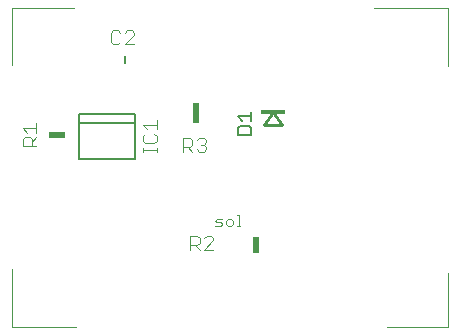
<source format=gbo>
G75*
%MOIN*%
%OFA0B0*%
%FSLAX25Y25*%
%IPPOS*%
%LPD*%
%AMOC8*
5,1,8,0,0,1.08239X$1,22.5*
%
%ADD10C,0.00394*%
%ADD11C,0.00300*%
%ADD12C,0.00800*%
%ADD13C,0.00400*%
%ADD14R,0.05512X0.02362*%
%ADD15R,0.02362X0.05512*%
%ADD16R,0.00788X0.03150*%
%ADD17C,0.01000*%
%ADD18R,0.08268X0.01181*%
%ADD19C,0.00500*%
%ADD20R,0.02362X0.07086*%
D10*
X0123698Y0040469D02*
X0145075Y0040469D01*
X0123698Y0040469D02*
X0123698Y0059720D01*
X0123698Y0127870D02*
X0123698Y0146768D01*
X0144603Y0146768D01*
X0244642Y0146768D02*
X0269327Y0146768D01*
X0269327Y0127634D01*
X0269327Y0058421D02*
X0269327Y0040350D01*
X0248894Y0040350D01*
D11*
X0200006Y0074122D02*
X0198793Y0074122D01*
X0199400Y0074122D02*
X0199400Y0077763D01*
X0198793Y0077763D01*
X0196988Y0076549D02*
X0195774Y0076549D01*
X0195168Y0075942D01*
X0195168Y0074729D01*
X0195774Y0074122D01*
X0196988Y0074122D01*
X0197595Y0074729D01*
X0197595Y0075942D01*
X0196988Y0076549D01*
X0193969Y0076549D02*
X0192149Y0076549D01*
X0191543Y0075942D01*
X0192149Y0075336D01*
X0193363Y0075336D01*
X0193969Y0074729D01*
X0193363Y0074122D01*
X0191543Y0074122D01*
D12*
X0164957Y0096492D02*
X0164957Y0111453D01*
X0146060Y0111453D01*
X0146060Y0096492D01*
X0164957Y0096492D01*
X0164957Y0108461D02*
X0146060Y0108461D01*
D13*
X0132001Y0108381D02*
X0132001Y0105312D01*
X0132001Y0106846D02*
X0127398Y0106846D01*
X0128932Y0105312D01*
X0128165Y0103777D02*
X0129699Y0103777D01*
X0130467Y0103010D01*
X0130467Y0100708D01*
X0132001Y0100708D02*
X0127398Y0100708D01*
X0127398Y0103010D01*
X0128165Y0103777D01*
X0130467Y0102243D02*
X0132001Y0103777D01*
X0167464Y0104052D02*
X0167464Y0102517D01*
X0168232Y0101750D01*
X0171301Y0101750D01*
X0172068Y0102517D01*
X0172068Y0104052D01*
X0171301Y0104819D01*
X0172068Y0106354D02*
X0172068Y0109423D01*
X0172068Y0107888D02*
X0167464Y0107888D01*
X0168999Y0106354D01*
X0168232Y0104819D02*
X0167464Y0104052D01*
X0167464Y0100215D02*
X0167464Y0098680D01*
X0167464Y0099448D02*
X0172068Y0099448D01*
X0172068Y0100215D02*
X0172068Y0098680D01*
X0180871Y0098956D02*
X0180871Y0103560D01*
X0183173Y0103560D01*
X0183940Y0102793D01*
X0183940Y0101258D01*
X0183173Y0100491D01*
X0180871Y0100491D01*
X0182405Y0100491D02*
X0183940Y0098956D01*
X0185475Y0099723D02*
X0186242Y0098956D01*
X0187777Y0098956D01*
X0188544Y0099723D01*
X0188544Y0100491D01*
X0187777Y0101258D01*
X0187009Y0101258D01*
X0187777Y0101258D02*
X0188544Y0102025D01*
X0188544Y0102793D01*
X0187777Y0103560D01*
X0186242Y0103560D01*
X0185475Y0102793D01*
X0185614Y0070863D02*
X0183312Y0070863D01*
X0183312Y0066259D01*
X0183312Y0067794D02*
X0185614Y0067794D01*
X0186381Y0068561D01*
X0186381Y0070096D01*
X0185614Y0070863D01*
X0187916Y0070096D02*
X0188683Y0070863D01*
X0190218Y0070863D01*
X0190985Y0070096D01*
X0190985Y0069328D01*
X0187916Y0066259D01*
X0190985Y0066259D01*
X0186381Y0066259D02*
X0184846Y0067794D01*
X0164528Y0134763D02*
X0161459Y0134763D01*
X0164528Y0137832D01*
X0164528Y0138600D01*
X0163761Y0139367D01*
X0162226Y0139367D01*
X0161459Y0138600D01*
X0159924Y0138600D02*
X0159157Y0139367D01*
X0157622Y0139367D01*
X0156855Y0138600D01*
X0156855Y0135530D01*
X0157622Y0134763D01*
X0159157Y0134763D01*
X0159924Y0135530D01*
D14*
X0139012Y0104563D03*
D15*
X0205115Y0067909D03*
D16*
X0161572Y0129484D03*
D17*
X0207989Y0107949D02*
X0213698Y0107949D01*
X0210942Y0112083D01*
X0207989Y0107949D01*
D18*
X0210942Y0112280D03*
D19*
X0203542Y0112188D02*
X0203542Y0109185D01*
X0203542Y0110687D02*
X0199038Y0110687D01*
X0200539Y0109185D01*
X0199789Y0107584D02*
X0199038Y0106833D01*
X0199038Y0104582D01*
X0203542Y0104582D01*
X0203542Y0106833D01*
X0202791Y0107584D01*
X0199789Y0107584D01*
D20*
X0185312Y0111925D03*
M02*

</source>
